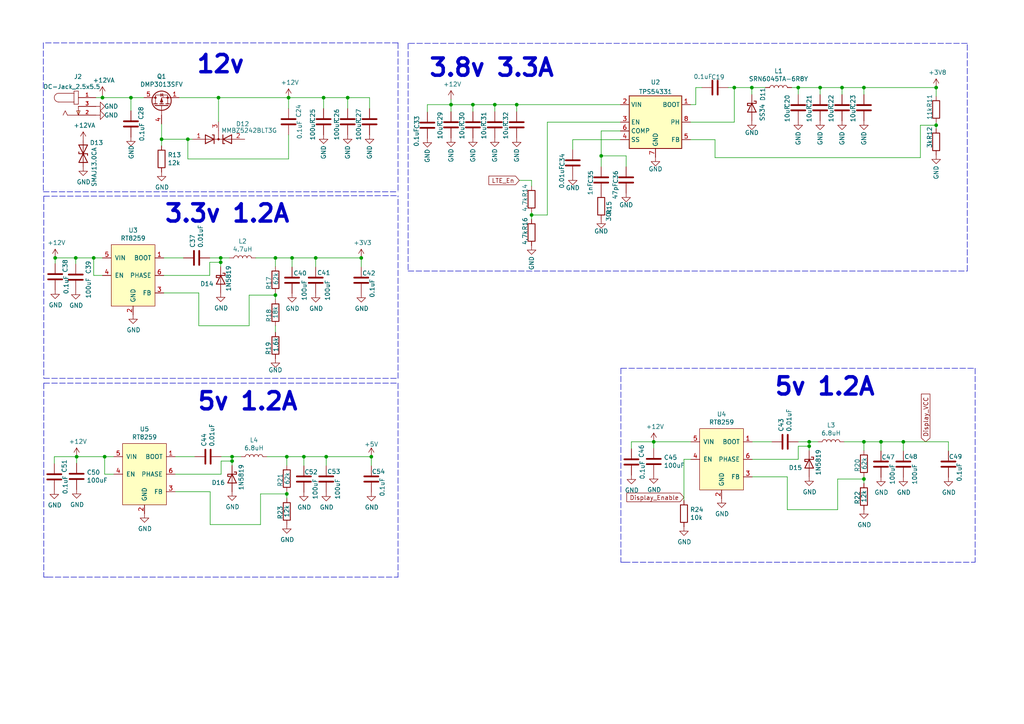
<source format=kicad_sch>
(kicad_sch (version 20211123) (generator eeschema)
  (paper "A4")
  (lib_symbols
    (symbol "Connector:DC-Jack" (pin_names (offset 1.016) hide)
      (property "Reference" "J" (at -7.62 5.08 0))
      (property "Value" "Connector_DC-Jack" (at -7.6454 -5.08 0))
      (symbol "DC-Jack_0_0"
        (arc (start -5.715 3.81) (mid -6.985 2.54) (end -5.715 1.27) (stroke (width 0.1524)))
        (polyline (pts (xy -5.715 3.81) (xy -1.27 3.81)) (stroke (width 0.1524)))
        (polyline (pts (xy -3.81 -1.27) (xy -4.445 -2.54)) (stroke (width 0.1524)))
        (polyline (pts (xy -3.175 -2.54) (xy -3.81 -1.27)) (stroke (width 0.1524)))
        (polyline (pts (xy -1.27 0.635) (xy 0 0.635)) (stroke (width 0.1524)))
        (polyline (pts (xy -1.27 1.27) (xy -5.715 1.27)) (stroke (width 0.1524)))
        (polyline (pts (xy -1.27 1.27) (xy -1.27 0.635)) (stroke (width 0.1524)))
        (polyline (pts (xy -1.27 3.81) (xy -1.27 1.27)) (stroke (width 0.1524)))
        (polyline (pts (xy -1.27 4.445) (xy -1.27 3.81)) (stroke (width 0.1524)))
        (polyline (pts (xy 0 -2.54) (xy -3.175 -2.54)) (stroke (width 0.1524)))
        (polyline (pts (xy 0 0) (xy 0 -2.54)) (stroke (width 0.1524)))
        (polyline (pts (xy 0 0.635) (xy 0 4.445)) (stroke (width 0.1524)))
        (polyline (pts (xy 0 4.445) (xy -1.27 4.445)) (stroke (width 0.1524)))
        (polyline (pts (xy 0 -2.54) (xy -0.508 -1.27) (xy 0.508 -1.27) (xy 0 -2.54)) (stroke (width 0.1524)) (fill (type background)))
        (pin passive line (at 5.08 2.54 180) (length 5.08) (name "~") (number "1"))
        (pin passive line (at 5.08 -2.54 180) (length 5.08) (name "~") (number "2"))
        (pin passive line (at 5.08 0 180) (length 5.08) (name "~") (number "3"))
      )
    )
    (symbol "Converter_DCDC:RT8259" (pin_names (offset 1.016))
      (property "Reference" "U" (at 0 11.43 0))
      (property "Value" "Converter_DCDC_RT8259" (at 0 8.89 0))
      (symbol "RT8259_0_1"
        (rectangle (start -6.35 7.62) (end 6.35 -10.16) (fill (type background)))
      )
      (symbol "RT8259_1_1"
        (pin power_out line (at 8.89 3.81 180) (length 2.54) (name "BOOT") (number "1"))
        (pin power_in line (at 0 -12.7 90) (length 2.54) (name "GND") (number "2"))
        (pin power_out line (at 8.89 -6.35 180) (length 2.54) (name "FB") (number "3"))
        (pin input line (at -8.89 -1.27 0) (length 2.54) (name "EN") (number "4"))
        (pin power_in line (at -8.89 3.81 0) (length 2.54) (name "VIN") (number "5"))
        (pin power_out line (at 8.89 -1.27 180) (length 2.54) (name "PHASE") (number "6"))
      )
    )
    (symbol "Device:C" (pin_numbers hide) (pin_names (offset 0.254))
      (property "Reference" "C" (at 0.635 2.54 0))
      (property "Value" "C" (at 0.635 -2.54 0))
      (symbol "C_0_1"
        (polyline (pts (xy -2.032 -0.762) (xy 2.032 -0.762)) (stroke (width 0.508)))
        (polyline (pts (xy -2.032 0.762) (xy 2.032 0.762)) (stroke (width 0.508)))
      )
      (symbol "C_1_1"
        (pin passive line (at 0 3.81 270) (length 2.794) (name "~") (number "1"))
        (pin passive line (at 0 -3.81 90) (length 2.794) (name "~") (number "2"))
      )
    )
    (symbol "Device:D_Zener_x2_KCom_AAK" (pin_names (offset 0.762) hide)
      (property "Reference" "D" (at 1.27 -2.54 0))
      (property "Value" "Device_D_Zener_x2_KCom_AAK" (at 0 2.54 0))
      (symbol "D_Zener_x2_KCom_AAK_0_1"
        (polyline (pts (xy -3.81 0) (xy 3.81 0)))
        (polyline (pts (xy 0 0) (xy 0 -2.54)))
        (polyline (pts (xy -1.27 1.27) (xy -1.27 -1.27) (xy -1.778 -1.27)) (stroke (width 0.254)))
        (polyline (pts (xy 1.27 -1.27) (xy 1.27 1.27) (xy 1.778 1.27)) (stroke (width 0.254)))
        (polyline (pts (xy -3.81 1.27) (xy -1.27 0) (xy -3.81 -1.27) (xy -3.81 1.27) (xy -3.81 1.27) (xy -3.81 1.27)) (stroke (width 0.254)))
        (polyline (pts (xy 3.81 -1.27) (xy 1.27 0) (xy 3.81 1.27) (xy 3.81 -1.27) (xy 3.81 -1.27) (xy 3.81 -1.27)) (stroke (width 0.254)))
        (circle (center 0 0) (radius 0.254) (fill (type outline)))
        (pin passive line (at -7.62 0 0) (length 3.81) (name "A") (number "1"))
        (pin passive line (at 7.62 0 180) (length 3.81) (name "A") (number "2"))
        (pin passive line (at 0 -5.08 90) (length 2.54) (name "K") (number "3"))
      )
    )
    (symbol "Device:L" (pin_numbers hide) (pin_names (offset 1.016) hide)
      (property "Reference" "L" (at -1.27 0 90))
      (property "Value" "L" (at 1.905 0 90))
      (symbol "L_0_1"
        (arc (start 0 -2.54) (mid 0.635 -1.905) (end 0 -1.27))
        (arc (start 0 -1.27) (mid 0.635 -0.635) (end 0 0))
        (arc (start 0 0) (mid 0.635 0.635) (end 0 1.27))
        (arc (start 0 1.27) (mid 0.635 1.905) (end 0 2.54))
      )
      (symbol "L_1_1"
        (pin passive line (at 0 3.81 270) (length 1.27) (name "1") (number "1"))
        (pin passive line (at 0 -3.81 90) (length 1.27) (name "2") (number "2"))
      )
    )
    (symbol "Device:R" (pin_numbers hide) (pin_names (offset 0))
      (property "Reference" "R" (at 2.032 0 90))
      (property "Value" "R" (at 0 0 90))
      (symbol "R_0_1"
        (rectangle (start -1.016 -2.54) (end 1.016 2.54) (stroke (width 0.254)))
      )
      (symbol "R_1_1"
        (pin passive line (at 0 3.81 270) (length 1.27) (name "~") (number "1"))
        (pin passive line (at 0 -3.81 90) (length 1.27) (name "~") (number "2"))
      )
    )
    (symbol "Diode:1.5KExxCA" (pin_numbers hide) (pin_names (offset 1.016) hide)
      (property "Reference" "D" (at 0 2.54 0))
      (property "Value" "1.5KExxCA" (at 0 -2.54 0))
      (symbol "1.5KExxCA_0_1"
        (polyline (pts (xy 1.27 0) (xy -1.27 0)))
        (polyline (pts (xy -2.54 -1.27) (xy 0 0) (xy -2.54 1.27) (xy -2.54 -1.27)) (stroke (width 0.254)))
        (polyline (pts (xy 0.508 1.27) (xy 0 1.27) (xy 0 -1.27) (xy -0.508 -1.27)) (stroke (width 0.254)))
        (polyline (pts (xy 2.54 1.27) (xy 2.54 -1.27) (xy 0 0) (xy 2.54 1.27)) (stroke (width 0.254)))
      )
      (symbol "1.5KExxCA_1_1"
        (pin passive line (at -3.81 0 0) (length 2.54) (name "A1") (number "1"))
        (pin passive line (at 3.81 0 180) (length 2.54) (name "A2") (number "2"))
      )
    )
    (symbol "Diode:1N5819" (pin_numbers hide) (pin_names (offset 1.016) hide)
      (property "Reference" "D" (at 0 2.54 0))
      (property "Value" "1N5819" (at 0 -2.54 0))
      (symbol "1N5819_0_1"
        (polyline (pts (xy 1.27 0) (xy -1.27 0)))
        (polyline (pts (xy 1.27 1.27) (xy 1.27 -1.27) (xy -1.27 0) (xy 1.27 1.27)) (stroke (width 0.254)))
        (polyline (pts (xy -1.905 0.635) (xy -1.905 1.27) (xy -1.27 1.27) (xy -1.27 -1.27) (xy -0.635 -1.27) (xy -0.635 -0.635)) (stroke (width 0.254)))
      )
      (symbol "1N5819_1_1"
        (pin passive line (at -3.81 0 0) (length 2.54) (name "K") (number "1"))
        (pin passive line (at 3.81 0 180) (length 2.54) (name "A") (number "2"))
      )
    )
    (symbol "Regulator_Switching:TPS54233"
      (property "Reference" "U" (at 0 11.43 0))
      (property "Value" "TPS54233" (at 0 8.89 0))
      (symbol "TPS54233_1_1"
        (rectangle (start -7.62 7.62) (end 7.62 -7.62) (stroke (width 0.254)) (fill (type background)))
        (pin input line (at 10.16 5.08 180) (length 2.54) (name "BOOT") (number "1"))
        (pin power_in line (at -10.16 5.08 0) (length 2.54) (name "VIN") (number "2"))
        (pin input line (at -10.16 0 0) (length 2.54) (name "EN") (number "3"))
        (pin input line (at -10.16 -5.08 0) (length 2.54) (name "SS") (number "4"))
        (pin input line (at 10.16 -5.08 180) (length 2.54) (name "FB") (number "5"))
        (pin passive line (at -10.16 -2.54 0) (length 2.54) (name "COMP") (number "6"))
        (pin power_in line (at 0 -10.16 90) (length 2.54) (name "GND") (number "7"))
        (pin output line (at 10.16 0 180) (length 2.54) (name "PH") (number "8"))
      )
    )
    (symbol "Transistor_FET:DMP3013SFV" (pin_names hide)
      (property "Reference" "Q" (at 5.08 1.905 0))
      (property "Value" "DMP3013SFV" (at 5.08 0 0))
      (symbol "DMP3013SFV_0_1"
        (polyline (pts (xy 0.254 0) (xy -2.54 0)))
        (polyline (pts (xy 0.254 1.905) (xy 0.254 -1.905)) (stroke (width 0.254)))
        (polyline (pts (xy 0.762 -1.27) (xy 0.762 -2.286)) (stroke (width 0.254)))
        (polyline (pts (xy 0.762 0.508) (xy 0.762 -0.508)) (stroke (width 0.254)))
        (polyline (pts (xy 0.762 2.286) (xy 0.762 1.27)) (stroke (width 0.254)))
        (polyline (pts (xy 2.54 2.54) (xy 2.54 1.778)))
        (polyline (pts (xy 2.54 -2.54) (xy 2.54 0) (xy 0.762 0)))
        (polyline (pts (xy 0.762 1.778) (xy 3.302 1.778) (xy 3.302 -1.778) (xy 0.762 -1.778)))
        (polyline (pts (xy 2.286 0) (xy 1.27 0.381) (xy 1.27 -0.381) (xy 2.286 0)) (fill (type outline)))
        (polyline (pts (xy 2.794 -0.508) (xy 2.921 -0.381) (xy 3.683 -0.381) (xy 3.81 -0.254)))
        (polyline (pts (xy 3.302 -0.381) (xy 2.921 0.254) (xy 3.683 0.254) (xy 3.302 -0.381)))
        (circle (center 1.651 0) (radius 2.794) (stroke (width 0.254)))
        (circle (center 2.54 -1.778) (radius 0.254) (fill (type outline)))
        (circle (center 2.54 1.778) (radius 0.254) (fill (type outline)))
      )
      (symbol "DMP3013SFV_1_1"
        (pin passive line (at 2.54 -5.08 90) (length 2.54) (name "S") (number "1"))
        (pin passive line (at 2.54 -5.08 90) (length 2.54) hide (name "S") (number "2"))
        (pin passive line (at 2.54 -5.08 90) (length 2.54) hide (name "S") (number "3"))
        (pin passive line (at -5.08 0 0) (length 2.54) (name "G") (number "4"))
        (pin passive line (at 2.54 5.08 270) (length 2.54) (name "D") (number "5"))
      )
    )
    (symbol "power:+12V" (power) (pin_names (offset 0))
      (property "Value" "+12V" (at 0 3.556 0))
      (symbol "+12V_0_1"
        (polyline (pts (xy -0.762 1.27) (xy 0 2.54)))
        (polyline (pts (xy 0 0) (xy 0 2.54)))
        (polyline (pts (xy 0 2.54) (xy 0.762 1.27)))
      )
      (symbol "+12V_1_1"
        (pin power_in line (at 0 0 90) (length 0) hide (name "+12V") (number "1"))
      )
    )
    (symbol "power:+12VA" (power) (pin_names (offset 0))
      (property "Value" "+12VA" (at 0 3.556 0))
      (symbol "+12VA_0_1"
        (polyline (pts (xy -0.762 1.27) (xy 0 2.54)))
        (polyline (pts (xy 0 0) (xy 0 2.54)))
        (polyline (pts (xy 0 2.54) (xy 0.762 1.27)))
      )
      (symbol "+12VA_1_1"
        (pin power_in line (at 0 0 90) (length 0) hide (name "+12VA") (number "1"))
      )
    )
    (symbol "power:+3.3V" (power) (pin_names (offset 0))
      (property "Value" "+3.3V" (at 0 3.556 0))
      (symbol "+3.3V_0_1"
        (polyline (pts (xy -0.762 1.27) (xy 0 2.54)))
        (polyline (pts (xy 0 0) (xy 0 2.54)))
        (polyline (pts (xy 0 2.54) (xy 0.762 1.27)))
      )
      (symbol "+3.3V_1_1"
        (pin power_in line (at 0 0 90) (length 0) hide (name "+3V3") (number "1"))
      )
    )
    (symbol "power:+3V8" (power) (pin_names (offset 0))
      (property "Value" "+3V8" (at 0 3.556 0))
      (symbol "+3V8_0_1"
        (polyline (pts (xy -0.762 1.27) (xy 0 2.54)))
        (polyline (pts (xy 0 0) (xy 0 2.54)))
        (polyline (pts (xy 0 2.54) (xy 0.762 1.27)))
      )
      (symbol "+3V8_1_1"
        (pin power_in line (at 0 0 90) (length 0) hide (name "+3V8") (number "1"))
      )
    )
    (symbol "power:+5V" (power) (pin_names (offset 0))
      (property "Value" "+5V" (at 0 3.556 0))
      (symbol "+5V_0_1"
        (polyline (pts (xy -0.762 1.27) (xy 0 2.54)))
        (polyline (pts (xy 0 0) (xy 0 2.54)))
        (polyline (pts (xy 0 2.54) (xy 0.762 1.27)))
      )
      (symbol "+5V_1_1"
        (pin power_in line (at 0 0 90) (length 0) hide (name "+5V") (number "1"))
      )
    )
    (symbol "power:GND" (power) (pin_names (offset 0))
      (property "Value" "GND" (at 0 -3.81 0))
      (symbol "GND_0_1"
        (polyline (pts (xy 0 0) (xy 0 -1.27) (xy 1.27 -1.27) (xy 0 -2.54) (xy -1.27 -1.27) (xy 0 -1.27)))
      )
      (symbol "GND_1_1"
        (pin power_in line (at 0 0 270) (length 0) hide (name "GND") (number "1"))
      )
    )
  )
  (junction (at 21.971 74.803))
  (junction (at 212.979 25.4))
  (junction (at 84.709 74.803))
  (junction (at 237.871 25.4))
  (junction (at 63.373 28.321))
  (junction (at 37.973 28.321))
  (junction (at 231.521 25.4))
  (junction (at 250.571 25.4))
  (junction (at 83.693 28.321))
  (junction (at 94.615 132.461))
  (junction (at 262.001 128.143))
  (junction (at 174.371 45.212))
  (junction (at 255.524 128.143))
  (junction (at 67.31 132.461))
  (junction (at 271.526 25.4))
  (junction (at 189.611 128.143))
  (junction (at 244.221 25.4))
  (junction (at 27.178 74.803))
  (junction (at 16.002 74.803))
  (junction (at 234.696 129.413))
  (junction (at 130.81 30.353))
  (junction (at 250.571 138.938))
  (junction (at 107.696 132.461))
  (junction (at 79.883 74.803))
  (junction (at 83.185 143.256))
  (junction (at 30.353 132.461))
  (junction (at 64.008 76.073))
  (junction (at 46.863 40.386))
  (junction (at 143.51 30.353))
  (junction (at 91.567 74.803))
  (junction (at 93.853 28.321))
  (junction (at 22.225 132.461))
  (junction (at 137.16 30.353))
  (junction (at 29.718 28.321))
  (junction (at 149.86 30.353))
  (junction (at 104.775 74.803))
  (junction (at 88.138 132.461))
  (junction (at 64.008 74.803))
  (junction (at 83.185 132.461))
  (junction (at 67.31 133.731))
  (junction (at 100.838 28.321))
  (junction (at 218.059 25.4))
  (junction (at 271.526 36.322))
  (junction (at 250.571 128.143))
  (junction (at 54.483 40.386))
  (junction (at 154.178 62.357))
  (junction (at 79.883 85.598))
  (junction (at 234.696 128.143))
  (wire (pts (xy 84.709 74.803) (xy 91.567 74.803)))
  (wire (pts (xy 255.524 128.143) (xy 255.524 130.81)))
  (polyline (pts (xy 180.086 106.807) (xy 282.829 106.807)))
  (wire (pts (xy 63.373 28.321) (xy 83.693 28.321)))
  (wire (pts (xy 201.803 30.353) (xy 201.803 25.4)))
  (wire (pts (xy 83.185 143.256) (xy 83.185 144.526)))
  (wire (pts (xy 237.871 25.4) (xy 244.221 25.4)))
  (wire (pts (xy 37.973 28.321) (xy 41.783 28.321)))
  (wire (pts (xy 271.526 36.322) (xy 271.526 37.338)))
  (wire (pts (xy 60.96 142.621) (xy 60.96 152.146)))
  (wire (pts (xy 237.871 25.4) (xy 237.871 27.432)))
  (wire (pts (xy 27.178 79.883) (xy 27.178 74.803)))
  (polyline (pts (xy 115.443 109.728) (xy 115.443 56.769)))
  (wire (pts (xy 50.8 132.461) (xy 56.515 132.461)))
  (polyline (pts (xy 12.7 111.125) (xy 12.7 167.386)))
  (wire (pts (xy 60.833 76.073) (xy 64.008 76.073)))
  (wire (pts (xy 83.185 142.621) (xy 83.185 143.256)))
  (polyline (pts (xy 115.443 12.446) (xy 12.573 12.446)))
  (wire (pts (xy 46.863 42.291) (xy 46.863 40.386)))
  (wire (pts (xy 72.263 94.488) (xy 72.263 85.598)))
  (wire (pts (xy 212.979 25.4) (xy 211.201 25.4)))
  (wire (pts (xy 27.178 74.803) (xy 29.718 74.803)))
  (wire (pts (xy 54.483 40.386) (xy 46.863 40.386)))
  (wire (pts (xy 83.693 28.321) (xy 93.853 28.321)))
  (wire (pts (xy 83.693 46.101) (xy 54.483 46.101)))
  (wire (pts (xy 91.567 74.803) (xy 104.775 74.803)))
  (wire (pts (xy 250.571 128.143) (xy 250.571 130.683)))
  (polyline (pts (xy 12.7 109.728) (xy 115.443 109.728)))
  (wire (pts (xy 149.86 32.385) (xy 149.86 30.353)))
  (polyline (pts (xy 12.7 167.386) (xy 13.716 167.386)))
  (wire (pts (xy 231.521 25.4) (xy 237.871 25.4)))
  (wire (pts (xy 271.526 36.322) (xy 266.954 36.322)))
  (wire (pts (xy 64.135 132.461) (xy 67.31 132.461)))
  (wire (pts (xy 50.8 142.621) (xy 60.96 142.621)))
  (wire (pts (xy 250.571 128.143) (xy 255.524 128.143)))
  (wire (pts (xy 107.696 132.461) (xy 107.696 135.128)))
  (wire (pts (xy 262.001 128.143) (xy 262.001 130.81)))
  (wire (pts (xy 79.883 74.803) (xy 84.709 74.803)))
  (wire (pts (xy 234.696 130.683) (xy 234.696 129.413)))
  (wire (pts (xy 189.611 128.143) (xy 189.611 130.048)))
  (wire (pts (xy 64.008 76.073) (xy 64.008 74.803)))
  (wire (pts (xy 266.954 45.72) (xy 207.391 45.72)))
  (wire (pts (xy 218.059 25.4) (xy 218.059 27.432)))
  (wire (pts (xy 30.353 132.461) (xy 33.02 132.461)))
  (wire (pts (xy 158.75 62.357) (xy 158.75 35.433)))
  (wire (pts (xy 231.521 128.143) (xy 234.696 128.143)))
  (wire (pts (xy 60.833 74.803) (xy 64.008 74.803)))
  (wire (pts (xy 137.16 30.353) (xy 130.81 30.353)))
  (wire (pts (xy 79.883 84.963) (xy 79.883 85.598)))
  (wire (pts (xy 166.116 40.513) (xy 166.116 43.434)))
  (wire (pts (xy 228.346 147.828) (xy 242.951 147.828)))
  (wire (pts (xy 60.96 152.146) (xy 75.565 152.146)))
  (polyline (pts (xy 115.443 111.125) (xy 115.443 167.386)))
  (wire (pts (xy 22.225 132.461) (xy 15.748 132.461)))
  (wire (pts (xy 242.951 147.828) (xy 242.951 138.938)))
  (wire (pts (xy 200.279 35.433) (xy 212.979 35.433)))
  (wire (pts (xy 64.008 74.803) (xy 66.548 74.803)))
  (wire (pts (xy 75.565 143.256) (xy 83.185 143.256)))
  (polyline (pts (xy 257.429 12.573) (xy 118.364 12.573)))
  (wire (pts (xy 91.567 74.803) (xy 91.567 77.47)))
  (wire (pts (xy 77.47 132.461) (xy 83.185 132.461)))
  (wire (pts (xy 179.959 37.973) (xy 174.371 37.973)))
  (wire (pts (xy 189.611 128.143) (xy 183.134 128.143)))
  (wire (pts (xy 154.178 52.324) (xy 154.178 53.975)))
  (polyline (pts (xy 118.364 78.613) (xy 257.429 78.613)))
  (wire (pts (xy 93.853 28.321) (xy 100.838 28.321)))
  (wire (pts (xy 88.138 132.461) (xy 94.615 132.461)))
  (wire (pts (xy 94.615 132.461) (xy 94.615 135.128)))
  (wire (pts (xy 179.959 40.513) (xy 166.116 40.513)))
  (wire (pts (xy 75.565 152.146) (xy 75.565 143.256)))
  (polyline (pts (xy 180.086 106.807) (xy 180.086 163.068)))
  (wire (pts (xy 158.75 35.433) (xy 179.959 35.433)))
  (wire (pts (xy 275.082 128.143) (xy 275.082 130.81)))
  (wire (pts (xy 67.31 132.461) (xy 69.85 132.461)))
  (wire (pts (xy 47.498 79.883) (xy 60.833 79.883)))
  (wire (pts (xy 79.883 85.598) (xy 79.883 86.868)))
  (wire (pts (xy 107.188 28.321) (xy 107.188 31.496)))
  (wire (pts (xy 100.838 28.321) (xy 100.838 31.496)))
  (wire (pts (xy 16.002 76.454) (xy 16.002 74.803)))
  (wire (pts (xy 228.346 138.303) (xy 228.346 147.828)))
  (wire (pts (xy 137.16 30.353) (xy 143.51 30.353)))
  (wire (pts (xy 29.718 28.321) (xy 29.718 27.686)))
  (polyline (pts (xy 280.543 12.573) (xy 257.429 12.573)))
  (wire (pts (xy 218.186 133.223) (xy 231.521 133.223)))
  (polyline (pts (xy 12.7 56.896) (xy 12.7 109.728)))
  (wire (pts (xy 150.622 52.324) (xy 154.178 52.324)))
  (wire (pts (xy 149.86 30.353) (xy 179.959 30.353)))
  (wire (pts (xy 29.718 28.321) (xy 37.973 28.321)))
  (wire (pts (xy 46.863 40.386) (xy 46.863 35.941)))
  (polyline (pts (xy 115.443 12.446) (xy 115.443 55.626)))
  (wire (pts (xy 84.709 74.803) (xy 84.709 77.47)))
  (polyline (pts (xy 181.102 163.068) (xy 282.829 163.068)))
  (wire (pts (xy 47.498 74.803) (xy 53.213 74.803)))
  (wire (pts (xy 130.81 28.829) (xy 130.81 30.353)))
  (wire (pts (xy 27.813 28.321) (xy 29.718 28.321)))
  (wire (pts (xy 266.954 36.322) (xy 266.954 45.72)))
  (wire (pts (xy 174.371 37.973) (xy 174.371 45.212)))
  (wire (pts (xy 60.833 79.883) (xy 60.833 76.073)))
  (wire (pts (xy 250.571 138.303) (xy 250.571 138.938)))
  (wire (pts (xy 79.883 94.488) (xy 79.883 96.393)))
  (wire (pts (xy 83.693 31.496) (xy 83.693 28.321)))
  (wire (pts (xy 63.373 28.321) (xy 63.373 35.306)))
  (wire (pts (xy 154.178 62.357) (xy 158.75 62.357)))
  (wire (pts (xy 255.524 128.143) (xy 262.001 128.143)))
  (polyline (pts (xy 12.7 111.125) (xy 115.443 111.125)))
  (wire (pts (xy 174.371 45.212) (xy 181.61 45.212)))
  (wire (pts (xy 250.571 25.4) (xy 271.526 25.4)))
  (wire (pts (xy 229.616 25.4) (xy 231.521 25.4)))
  (wire (pts (xy 22.225 132.461) (xy 22.225 134.366)))
  (wire (pts (xy 100.838 28.321) (xy 107.188 28.321)))
  (polyline (pts (xy 280.543 78.613) (xy 280.543 12.573)))
  (wire (pts (xy 218.186 138.303) (xy 228.346 138.303)))
  (wire (pts (xy 57.658 84.963) (xy 57.658 94.488)))
  (wire (pts (xy 64.135 137.541) (xy 64.135 133.731)))
  (wire (pts (xy 154.178 62.357) (xy 154.178 63.627)))
  (polyline (pts (xy 12.7 56.896) (xy 115.443 56.769)))
  (wire (pts (xy 201.803 25.4) (xy 203.581 25.4)))
  (wire (pts (xy 21.971 74.803) (xy 27.178 74.803)))
  (polyline (pts (xy 257.429 78.613) (xy 280.543 78.613)))
  (wire (pts (xy 231.521 133.223) (xy 231.521 129.413)))
  (wire (pts (xy 123.952 30.353) (xy 123.952 32.512)))
  (wire (pts (xy 33.02 137.541) (xy 30.353 137.541)))
  (wire (pts (xy 143.51 32.385) (xy 143.51 30.353)))
  (wire (pts (xy 262.001 128.143) (xy 275.082 128.143)))
  (polyline (pts (xy 13.716 167.386) (xy 115.443 167.386)))
  (wire (pts (xy 37.973 32.131) (xy 37.973 28.321)))
  (wire (pts (xy 67.31 135.001) (xy 67.31 133.731)))
  (wire (pts (xy 83.185 132.461) (xy 83.185 135.001)))
  (wire (pts (xy 137.16 32.385) (xy 137.16 30.353)))
  (wire (pts (xy 21.971 74.803) (xy 21.971 76.581)))
  (wire (pts (xy 29.718 79.883) (xy 27.178 79.883)))
  (wire (pts (xy 244.221 25.4) (xy 244.221 27.432)))
  (wire (pts (xy 94.615 132.461) (xy 107.696 132.461)))
  (wire (pts (xy 72.263 85.598) (xy 79.883 85.598)))
  (wire (pts (xy 189.611 128.143) (xy 200.406 128.143)))
  (wire (pts (xy 250.571 25.4) (xy 250.571 27.432)))
  (wire (pts (xy 50.8 137.541) (xy 64.135 137.541)))
  (wire (pts (xy 79.883 74.803) (xy 79.883 77.343)))
  (wire (pts (xy 244.221 25.4) (xy 250.571 25.4)))
  (wire (pts (xy 15.748 132.461) (xy 15.748 134.493)))
  (wire (pts (xy 207.391 40.513) (xy 200.279 40.513)))
  (wire (pts (xy 47.498 84.963) (xy 57.658 84.963)))
  (wire (pts (xy 242.951 138.938) (xy 250.571 138.938)))
  (wire (pts (xy 231.521 129.413) (xy 234.696 129.413)))
  (wire (pts (xy 130.81 30.353) (xy 123.952 30.353)))
  (wire (pts (xy 231.521 25.4) (xy 231.521 27.432)))
  (wire (pts (xy 218.059 25.4) (xy 221.996 25.4)))
  (wire (pts (xy 154.178 61.595) (xy 154.178 62.357)))
  (wire (pts (xy 54.483 46.101) (xy 54.483 40.386)))
  (wire (pts (xy 198.374 133.223) (xy 198.374 145.161)))
  (wire (pts (xy 64.135 133.731) (xy 67.31 133.731)))
  (wire (pts (xy 143.51 30.353) (xy 149.86 30.353)))
  (wire (pts (xy 16.002 74.803) (xy 21.971 74.803)))
  (wire (pts (xy 74.168 74.803) (xy 79.883 74.803)))
  (wire (pts (xy 88.138 132.461) (xy 88.138 135.128)))
  (wire (pts (xy 22.225 132.461) (xy 30.353 132.461)))
  (wire (pts (xy 244.856 128.143) (xy 250.571 128.143)))
  (wire (pts (xy 207.391 45.72) (xy 207.391 40.513)))
  (wire (pts (xy 183.134 128.143) (xy 183.134 130.175)))
  (wire (pts (xy 83.185 132.461) (xy 88.138 132.461)))
  (wire (pts (xy 200.279 30.353) (xy 201.803 30.353)))
  (wire (pts (xy 181.61 48.387) (xy 181.61 45.212)))
  (wire (pts (xy 271.526 25.4) (xy 271.526 27.94)))
  (wire (pts (xy 57.658 94.488) (xy 72.263 94.488)))
  (polyline (pts (xy 12.573 12.446) (xy 12.573 55.626)))
  (polyline (pts (xy 118.364 12.573) (xy 118.364 78.613)))
  (wire (pts (xy 93.853 28.321) (xy 93.853 31.496)))
  (wire (pts (xy 218.186 128.143) (xy 223.901 128.143)))
  (wire (pts (xy 212.979 25.4) (xy 218.059 25.4)))
  (wire (pts (xy 250.571 138.938) (xy 250.571 140.208)))
  (wire (pts (xy 55.753 40.386) (xy 54.483 40.386)))
  (wire (pts (xy 271.526 35.56) (xy 271.526 36.322)))
  (wire (pts (xy 104.775 74.803) (xy 104.775 77.47)))
  (wire (pts (xy 234.696 128.143) (xy 237.236 128.143)))
  (wire (pts (xy 174.371 45.212) (xy 174.371 48.387)))
  (polyline (pts (xy 180.086 163.068) (xy 181.102 163.068)))
  (polyline (pts (xy 282.829 106.807) (xy 282.829 163.068)))
  (wire (pts (xy 212.979 35.433) (xy 212.979 25.4)))
  (wire (pts (xy 130.81 30.353) (xy 130.81 32.385)))
  (wire (pts (xy 234.696 129.413) (xy 234.696 128.143)))
  (wire (pts (xy 30.353 137.541) (xy 30.353 132.461)))
  (wire (pts (xy 51.943 28.321) (xy 63.373 28.321)))
  (polyline (pts (xy 12.573 55.626) (xy 115.443 55.626)))
  (wire (pts (xy 67.31 133.731) (xy 67.31 132.461)))
  (wire (pts (xy 64.008 77.343) (xy 64.008 76.073)))
  (wire (pts (xy 83.693 39.116) (xy 83.693 46.101)))
  (wire (pts (xy 200.406 133.223) (xy 198.374 133.223)))
  (text "5v 1.2A" (at 56.896 119.507 0) (effects (font (size 5.0038 5.0038) (thickness 1.0008) bold) (justify left bottom)))
  (text "3.3v 1.2A" (at 47.371 65.024 0) (effects (font (size 5.0038 5.0038) (thickness 1.0008) bold) (justify left bottom)))
  (text "12v" (at 56.642 21.717 0) (effects (font (size 5.0038 5.0038) (thickness 1.0008) bold) (justify left bottom)))
  (text "3.8v 3.3A" (at 124.079 22.733 0) (effects (font (size 5.0038 5.0038) (thickness 1.0008) bold) (justify left bottom)))
  (text "5v 1.2A" (at 224.282 115.189 0) (effects (font (size 5.0038 5.0038) (thickness 1.0008) bold) (justify left bottom)))
  (global_label "Display_Enable" (shape input) (at 198.374 144.272 180) (property "Intersheet References" "${INTERSHEET_REFS}" (effects hide)))
  (global_label "Display_VCC" (shape input) (at 268.478 128.143 90) (property "Intersheet References" "${INTERSHEET_REFS}" (effects hide)))
  (global_label "LTE_En" (shape input) (at 150.622 52.324 180) (property "Intersheet References" "${INTERSHEET_REFS}" (effects hide)))
  (symbol (lib_id "power:GND") (at 83.185 152.146 0) (unit 1)
    (property "Reference" "#PWR0119" (effects hide))
    (property "Value" "GND" (at 83.312 156.5402 0))
  )
  (symbol (lib_id "Diode:1N5819") (at 218.059 31.242 270) (unit 1)
    (property "Reference" "D11" (at 221.234 29.337 0) (effects (justify right)))
    (property "Value" "SS34" (at 221.107 35.179 0) (effects (justify right)))
    (property "Footprint" "Diode_SMD:D_SMA" (effects hide))
    (property "Datasheet" "http://www.vishay.com/docs/88525/1n5817.pdf" (effects hide))
  )
  (symbol (lib_id "Device:R") (at 174.371 59.817 180) (unit 1)
    (property "Reference" "R15" (at 176.657 58.293 90) (effects (justify left)))
    (property "Value" "30k" (at 176.53 60.579 90) (effects (justify left)))
    (property "Footprint" "Resistor_SMD:R_0603_1608Metric" (effects hide))
  )
  (symbol (lib_id "power:GND") (at 46.863 49.911 0) (unit 1)
    (property "Reference" "#PWR086" (effects hide))
    (property "Value" "GND" (at 46.99 54.3052 0))
  )
  (symbol (lib_id "Device:C") (at 57.023 74.803 90) (unit 1)
    (property "Reference" "C37" (at 55.8546 71.882 0) (effects (justify left)))
    (property "Value" "0.01uF" (at 58.166 71.882 0) (effects (justify left)))
    (property "Footprint" "Capacitor_SMD:C_0603_1608Metric" (effects hide))
  )
  (symbol (lib_id "power:GND") (at 84.709 85.09 0) (unit 1)
    (property "Reference" "#PWR096" (effects hide))
    (property "Value" "GND" (at 84.836 89.4842 0))
  )
  (symbol (lib_id "power:GND") (at 16.002 84.074 0) (unit 1)
    (property "Reference" "#PWR093" (effects hide))
    (property "Value" "GND" (at 16.129 88.4682 0))
  )
  (symbol (lib_id "power:GND") (at 275.082 138.43 0) (unit 1)
    (property "Reference" "#PWR0109" (effects hide))
    (property "Value" "GND" (at 275.209 142.8242 0))
  )
  (symbol (lib_id "Device:C") (at 15.748 138.303 0) (unit 1)
    (property "Reference" "C51" (at 18.669 137.1346 90) (effects (justify left)))
    (property "Value" "0.1uF" (at 18.923 143.383 90) (effects (justify left)))
    (property "Footprint" "Capacitor_SMD:C_0603_1608Metric" (effects hide))
  )
  (symbol (lib_id "Device:C") (at 250.571 31.242 180) (unit 1)
    (property "Reference" "C23" (at 247.396 27.432 90) (effects (justify left)))
    (property "Value" "10uF" (at 247.396 30.607 90) (effects (justify left)))
    (property "Footprint" "Capacitor_SMD:C_0805_2012Metric" (effects hide))
  )
  (symbol (lib_id "power:GND") (at 255.524 138.43 0) (unit 1)
    (property "Reference" "#PWR0107" (effects hide))
    (property "Value" "GND" (at 255.651 142.8242 0))
  )
  (symbol (lib_id "power:+12VA") (at 29.718 27.686 0) (unit 1)
    (property "Reference" "#PWR063" (effects hide))
    (property "Value" "+12VA" (at 30.099 23.2918 0))
  )
  (symbol (lib_id "Device:C") (at 275.082 134.62 0) (unit 1)
    (property "Reference" "C49" (at 275.209 132.461 0) (effects (justify left)))
    (property "Value" "0.1uF" (at 278.257 139.7 90) (effects (justify left)))
    (property "Footprint" "Capacitor_SMD:C_0603_1608Metric" (effects hide))
  )
  (symbol (lib_id "power:+12V") (at 130.81 28.829 0) (unit 1)
    (property "Reference" "#PWR065" (effects hide))
    (property "Value" "+12V" (at 131.191 24.4348 0))
  )
  (symbol (lib_id "Device:R") (at 83.185 148.336 0) (unit 1)
    (property "Reference" "R23" (at 81.28 150.622 90) (effects (justify left)))
    (property "Value" "12k" (at 83.185 150.114 90) (effects (justify left)))
    (property "Footprint" "Resistor_SMD:R_0603_1608Metric" (effects hide))
  )
  (symbol (lib_id "power:GND") (at 67.31 142.621 0) (unit 1)
    (property "Reference" "#PWR0112" (effects hide))
    (property "Value" "GND" (at 67.437 147.0152 0))
  )
  (symbol (lib_id "power:GND") (at 166.116 51.054 0) (unit 1)
    (property "Reference" "#PWR087" (effects hide))
    (property "Value" "GND" (at 166.116 54.483 0))
  )
  (symbol (lib_id "power:GND") (at 183.134 137.795 0) (unit 1)
    (property "Reference" "#PWR0105" (effects hide))
    (property "Value" "GND" (at 183.261 142.1892 0))
  )
  (symbol (lib_id "Device:C") (at 183.134 133.985 0) (unit 1)
    (property "Reference" "C46" (at 186.055 132.8166 90) (effects (justify left)))
    (property "Value" "0.1uF" (at 186.309 139.065 90) (effects (justify left)))
    (property "Footprint" "Capacitor_SMD:C_0603_1608Metric" (effects hide))
  )
  (symbol (lib_id "Device:C") (at 22.225 138.176 0) (unit 1)
    (property "Reference" "C50" (at 25.146 137.0076 0) (effects (justify left)))
    (property "Value" "100uF" (at 25.146 139.319 0) (effects (justify left)))
    (property "Footprint" "Capacitor_SMD:C_1210_3225Metric" (effects hide))
  )
  (symbol (lib_id "Device:C") (at 143.51 36.195 180) (unit 1)
    (property "Reference" "C31" (at 140.335 32.385 90) (effects (justify left)))
    (property "Value" "10uF" (at 140.335 35.56 90) (effects (justify left)))
    (property "Footprint" "Capacitor_SMD:C_0805_2012Metric" (effects hide))
  )
  (symbol (lib_id "Converter_DCDC:RT8259") (at 38.608 78.613 0) (unit 1)
    (property "Reference" "U3" (at 38.608 66.802 0))
    (property "Value" "RT8259" (at 38.608 69.1134 0))
    (property "Footprint" "Package_TO_SOT_SMD:SOT-23-6_Handsoldering" (effects hide))
  )
  (symbol (lib_id "power:GND") (at 38.608 91.313 0) (unit 1)
    (property "Reference" "#PWR099" (effects hide))
    (property "Value" "GND" (at 38.735 95.7072 0))
  )
  (symbol (lib_id "Device:C") (at 181.61 52.197 180) (unit 1)
    (property "Reference" "C36" (at 178.562 49.403 90) (effects (justify left)))
    (property "Value" "47pF" (at 178.435 52.959 90) (effects (justify left)))
    (property "Footprint" "Capacitor_SMD:C_0603_1608Metric" (effects hide))
  )
  (symbol (lib_id "Device:C") (at 244.221 31.242 180) (unit 1)
    (property "Reference" "C22" (at 241.046 27.432 90) (effects (justify left)))
    (property "Value" "10uF" (at 241.046 30.607 90) (effects (justify left)))
    (property "Footprint" "Capacitor_SMD:C_0805_2012Metric" (effects hide))
  )
  (symbol (lib_id "power:GND") (at 104.775 85.09 0) (unit 1)
    (property "Reference" "#PWR098" (effects hide))
    (property "Value" "GND" (at 104.902 89.4842 0))
  )
  (symbol (lib_id "power:GND") (at 88.138 142.748 0) (unit 1)
    (property "Reference" "#PWR0113" (effects hide))
    (property "Value" "GND" (at 88.265 147.1422 0))
  )
  (symbol (lib_id "Device:C") (at 207.391 25.4 90) (unit 1)
    (property "Reference" "C19" (at 210.185 22.352 90) (effects (justify left)))
    (property "Value" "0.1uF" (at 206.629 22.225 90) (effects (justify left)))
    (property "Footprint" "Capacitor_SMD:C_0603_1608Metric" (effects hide))
  )
  (symbol (lib_id "power:GND") (at 137.16 40.005 0) (unit 1)
    (property "Reference" "#PWR078" (effects hide))
    (property "Value" "GND" (at 137.16 45.085 90))
  )
  (symbol (lib_id "power:GND") (at 15.748 142.113 0) (unit 1)
    (property "Reference" "#PWR0111" (effects hide))
    (property "Value" "GND" (at 15.875 146.5072 0))
  )
  (symbol (lib_id "power:GND") (at 27.813 30.861 90) (unit 1)
    (property "Reference" "#PWR066" (effects hide))
    (property "Value" "GND" (at 32.258 30.861 90))
  )
  (symbol (lib_id "Device:C") (at 83.693 35.306 0) (unit 1)
    (property "Reference" "C24" (at 86.614 34.1376 90) (effects (justify left)))
    (property "Value" "0.1uF" (at 86.868 40.386 90) (effects (justify left)))
    (property "Footprint" "Capacitor_SMD:C_0603_1608Metric" (effects hide))
  )
  (symbol (lib_id "power:GND") (at 181.61 56.007 0) (unit 1)
    (property "Reference" "#PWR088" (effects hide))
    (property "Value" "GND" (at 181.61 59.436 0))
  )
  (symbol (lib_id "Device:C") (at 104.775 81.28 0) (unit 1)
    (property "Reference" "C42" (at 105.029 79.248 0) (effects (justify left)))
    (property "Value" "0.1uF" (at 107.95 86.36 90) (effects (justify left)))
    (property "Footprint" "Capacitor_SMD:C_0603_1608Metric" (effects hide))
  )
  (symbol (lib_id "Device:L") (at 70.358 74.803 90) (unit 1)
    (property "Reference" "L2" (at 70.358 69.977 90))
    (property "Value" "4.7uH" (at 70.358 72.2884 90))
    (property "Footprint" "Footprint:CD43" (effects hide))
  )
  (symbol (lib_id "Device:R") (at 79.883 81.153 0) (unit 1)
    (property "Reference" "R17" (at 77.978 84.074 90) (effects (justify left)))
    (property "Value" "62k" (at 80.01 82.677 90) (effects (justify left)))
    (property "Footprint" "Resistor_SMD:R_0603_1608Metric" (effects hide))
  )
  (symbol (lib_id "power:+3.3V") (at 104.775 74.803 0) (unit 1)
    (property "Reference" "#PWR092" (effects hide))
    (property "Value" "+3.3V" (at 105.156 70.4088 0))
  )
  (symbol (lib_id "power:+12VA") (at 24.13 40.767 0) (unit 1)
    (property "Reference" "#PWR082" (effects hide))
    (property "Value" "+12VA" (at 24.511 36.3728 0))
  )
  (symbol (lib_id "Diode:1N5819") (at 64.008 81.153 270) (unit 1)
    (property "Reference" "D14" (at 61.976 82.3214 90) (effects (justify right)))
    (property "Value" "1N5819" (at 66.294 84.582 0) (effects (justify right)))
    (property "Footprint" "Footprint:SOD-323" (effects hide))
    (property "Datasheet" "http://www.vishay.com/docs/88525/1n5817.pdf" (effects hide))
  )
  (symbol (lib_id "Device:C") (at 88.138 138.938 0) (unit 1)
    (property "Reference" "C52" (at 88.265 136.906 0) (effects (justify left)))
    (property "Value" "100uF" (at 91.44 144.907 90) (effects (justify left)))
    (property "Footprint" "Capacitor_SMD:C_1210_3225Metric" (effects hide))
  )
  (symbol (lib_id "Device:C") (at 255.524 134.62 0) (unit 1)
    (property "Reference" "C47" (at 255.651 132.588 0) (effects (justify left)))
    (property "Value" "100uF" (at 258.826 140.589 90) (effects (justify left)))
    (property "Footprint" "Capacitor_SMD:C_1210_3225Metric" (effects hide))
  )
  (symbol (lib_id "Device:L") (at 73.66 132.461 90) (unit 1)
    (property "Reference" "L4" (at 73.66 127.635 90))
    (property "Value" "6.8uH" (at 73.66 129.9464 90))
    (property "Footprint" "Footprint:CD43" (effects hide))
  )
  (symbol (lib_id "Device:C") (at 93.853 35.306 180) (unit 1)
    (property "Reference" "C25" (at 90.678 31.496 90) (effects (justify left)))
    (property "Value" "100uF" (at 90.678 34.671 90) (effects (justify left)))
    (property "Footprint" "Capacitor_SMD:C_1210_3225Metric" (effects hide))
  )
  (symbol (lib_id "Device:C") (at 123.952 36.322 180) (unit 1)
    (property "Reference" "C33" (at 120.904 33.528 90) (effects (justify left)))
    (property "Value" "0.1uF" (at 120.777 37.084 90) (effects (justify left)))
    (property "Footprint" "Capacitor_SMD:C_0603_1608Metric" (effects hide))
  )
  (symbol (lib_id "power:GND") (at 198.374 152.781 0) (unit 1)
    (property "Reference" "#PWR0120" (effects hide))
    (property "Value" "GND" (at 198.501 157.1752 0))
  )
  (symbol (lib_id "power:GND") (at 27.813 33.401 90) (unit 1)
    (property "Reference" "#PWR067" (effects hide))
    (property "Value" "GND" (at 32.258 33.401 90))
  )
  (symbol (lib_id "power:+12V") (at 189.611 128.143 0) (unit 1)
    (property "Reference" "#PWR0101" (effects hide))
    (property "Value" "+12V" (at 189.992 123.7488 0))
  )
  (symbol (lib_id "Device:R") (at 79.883 100.203 0) (unit 1)
    (property "Reference" "R19" (at 77.851 102.997 90) (effects (justify left)))
    (property "Value" "1.6k" (at 80.01 102.108 90) (effects (justify left)))
    (property "Footprint" "Resistor_SMD:R_0603_1608Metric" (effects hide))
  )
  (symbol (lib_id "power:GND") (at 123.952 40.132 0) (unit 1)
    (property "Reference" "#PWR081" (effects hide))
    (property "Value" "GND" (at 123.952 45.212 90))
  )
  (symbol (lib_id "Device:C") (at 16.002 80.264 0) (unit 1)
    (property "Reference" "C38" (at 18.923 79.0956 90) (effects (justify left)))
    (property "Value" "0.1uF" (at 19.177 85.344 90) (effects (justify left)))
    (property "Footprint" "Capacitor_SMD:C_0603_1608Metric" (effects hide))
  )
  (symbol (lib_id "power:+5V") (at 107.696 132.461 0) (unit 1)
    (property "Reference" "#PWR0103" (effects hide))
    (property "Value" "+5V" (at 107.696 128.8565 0))
  )
  (symbol (lib_id "power:GND") (at 237.871 35.052 0) (unit 1)
    (property "Reference" "#PWR070" (effects hide))
    (property "Value" "GND" (at 237.871 40.132 90))
  )
  (symbol (lib_id "Device:C") (at 84.709 81.28 0) (unit 1)
    (property "Reference" "C40" (at 85.09 79.248 0) (effects (justify left)))
    (property "Value" "100uF" (at 88.265 87.249 90) (effects (justify left)))
    (property "Footprint" "Capacitor_SMD:C_1210_3225Metric" (effects hide))
  )
  (symbol (lib_id "power:GND") (at 143.51 40.005 0) (unit 1)
    (property "Reference" "#PWR079" (effects hide))
    (property "Value" "GND" (at 143.51 45.085 90))
  )
  (symbol (lib_id "power:GND") (at 37.973 39.751 0) (unit 1)
    (property "Reference" "#PWR076" (effects hide))
    (property "Value" "GND" (at 38.1 44.1452 90))
  )
  (symbol (lib_id "power:GND") (at 21.971 84.201 0) (unit 1)
    (property "Reference" "#PWR094" (effects hide))
    (property "Value" "GND" (at 22.098 88.5952 0))
  )
  (symbol (lib_id "Device:D_Zener_x2_KCom_AAK") (at 63.373 40.386 0) (mirror x) (unit 1)
    (property "Reference" "D12" (at 70.358 35.941 0))
    (property "Value" "MMBZ5242BLT3G" (at 72.263 37.846 0))
    (property "Footprint" "Package_TO_SOT_SMD:SOT-23" (effects hide))
  )
  (symbol (lib_id "Diode:1N5819") (at 67.31 138.811 270) (unit 1)
    (property "Reference" "D16" (at 65.278 139.9794 90) (effects (justify right)))
    (property "Value" "1N5819" (at 69.977 142.24 0) (effects (justify right)))
    (property "Footprint" "Footprint:SOD-323" (effects hide))
    (property "Datasheet" "http://www.vishay.com/docs/88525/1n5817.pdf" (effects hide))
  )
  (symbol (lib_id "power:GND") (at 41.91 148.971 0) (unit 1)
    (property "Reference" "#PWR0118" (effects hide))
    (property "Value" "GND" (at 42.037 153.3652 0))
  )
  (symbol (lib_id "power:GND") (at 262.001 138.43 0) (unit 1)
    (property "Reference" "#PWR0108" (effects hide))
    (property "Value" "GND" (at 262.128 142.8242 0))
  )
  (symbol (lib_id "Device:C") (at 231.521 31.242 180) (unit 1)
    (property "Reference" "C20" (at 228.346 27.432 90) (effects (justify left)))
    (property "Value" "10uF" (at 228.346 30.607 90) (effects (justify left)))
    (property "Footprint" "Capacitor_SMD:C_0805_2012Metric" (effects hide))
  )
  (symbol (lib_id "Device:C") (at 94.615 138.938 0) (unit 1)
    (property "Reference" "C53" (at 94.869 136.779 0) (effects (justify left)))
    (property "Value" "100uF" (at 97.917 144.907 90) (effects (justify left)))
    (property "Footprint" "Capacitor_SMD:C_1210_3225Metric" (effects hide))
  )
  (symbol (lib_id "Device:R") (at 198.374 148.971 0) (unit 1)
    (property "Reference" "R24" (at 200.152 147.8026 0) (effects (justify left)))
    (property "Value" "10k" (at 200.152 150.114 0) (effects (justify left)))
    (property "Footprint" "Resistor_SMD:R_0603_1608Metric" (effects hide))
  )
  (symbol (lib_id "power:+12V") (at 22.225 132.461 0) (unit 1)
    (property "Reference" "#PWR0102" (effects hide))
    (property "Value" "+12V" (at 22.606 128.0668 0))
  )
  (symbol (lib_id "Device:C") (at 189.611 133.858 0) (unit 1)
    (property "Reference" "C45" (at 192.532 132.6896 0) (effects (justify left)))
    (property "Value" "100uF" (at 192.532 135.001 0) (effects (justify left)))
    (property "Footprint" "Capacitor_SMD:C_1210_3225Metric" (effects hide))
  )
  (symbol (lib_id "power:GND") (at 218.059 35.052 0) (unit 1)
    (property "Reference" "#PWR068" (effects hide))
    (property "Value" "GND" (at 218.059 38.481 0))
  )
  (symbol (lib_id "power:GND") (at 271.526 44.958 0) (unit 1)
    (property "Reference" "#PWR083" (effects hide))
    (property "Value" "GND" (at 271.526 50.038 90))
  )
  (symbol (lib_id "Diode:1N5819") (at 234.696 134.493 270) (unit 1)
    (property "Reference" "D15" (at 232.664 135.6614 90) (effects (justify right)))
    (property "Value" "1N5819" (at 237.363 137.922 0) (effects (justify right)))
    (property "Footprint" "Footprint:SOD-323" (effects hide))
    (property "Datasheet" "http://www.vishay.com/docs/88525/1n5817.pdf" (effects hide))
  )
  (symbol (lib_id "Device:R") (at 271.526 41.148 180) (unit 1)
    (property "Reference" "R12" (at 269.621 36.703 90) (effects (justify left)))
    (property "Value" "3k" (at 269.621 40.513 90) (effects (justify left)))
    (property "Footprint" "Resistor_SMD:R_0603_1608Metric" (effects hide))
  )
  (symbol (lib_id "power:GND") (at 22.225 141.986 0) (unit 1)
    (property "Reference" "#PWR0110" (effects hide))
    (property "Value" "GND" (at 22.352 146.3802 0))
  )
  (symbol (lib_id "power:GND") (at 149.86 40.005 0) (unit 1)
    (property "Reference" "#PWR080" (effects hide))
    (property "Value" "GND" (at 149.86 45.085 90))
  )
  (symbol (lib_id "Device:R") (at 250.571 144.018 0) (unit 1)
    (property "Reference" "R22" (at 248.666 146.304 90) (effects (justify left)))
    (property "Value" "12k" (at 250.571 145.796 90) (effects (justify left)))
    (property "Footprint" "Resistor_SMD:R_0603_1608Metric" (effects hide))
  )
  (symbol (lib_id "Diode:1.5KExxCA") (at 24.13 44.577 270) (unit 1)
    (property "Reference" "D13" (at 26.035 41.402 90) (effects (justify left)))
    (property "Value" "SMAJ13.0CA" (at 27.305 42.672 0) (effects (justify left)))
    (property "Footprint" "Diode_SMD:D_SMA" (effects hide))
    (property "Datasheet" "https://www.vishay.com/docs/88301/15ke.pdf" (effects hide))
  )
  (symbol (lib_id "Converter_DCDC:RT8259") (at 209.296 131.953 0) (unit 1)
    (property "Reference" "U4" (at 209.296 120.142 0))
    (property "Value" "RT8259" (at 209.296 122.4534 0))
    (property "Footprint" "Package_TO_SOT_SMD:SOT-23-6_Handsoldering" (effects hide))
  )
  (symbol (lib_id "Device:C") (at 227.711 128.143 90) (unit 1)
    (property "Reference" "C43" (at 226.5426 125.222 0) (effects (justify left)))
    (property "Value" "0.01uF" (at 228.854 125.222 0) (effects (justify left)))
    (property "Footprint" "Capacitor_SMD:C_0603_1608Metric" (effects hide))
  )
  (symbol (lib_id "power:GND") (at 250.571 35.052 0) (unit 1)
    (property "Reference" "#PWR072" (effects hide))
    (property "Value" "GND" (at 250.571 40.132 90))
  )
  (symbol (lib_id "power:GND") (at 93.853 39.116 0) (unit 1)
    (property "Reference" "#PWR073" (effects hide))
    (property "Value" "GND" (at 93.853 44.196 90))
  )
  (symbol (lib_id "Device:C") (at 21.971 80.391 0) (unit 1)
    (property "Reference" "C39" (at 25.654 79.502 90) (effects (justify left)))
    (property "Value" "100uF" (at 25.654 86.614 90) (effects (justify left)))
    (property "Footprint" "Capacitor_SMD:C_1210_3225Metric" (effects hide))
  )
  (symbol (lib_id "Device:R") (at 154.178 57.785 180) (unit 1)
    (property "Reference" "R14" (at 152.273 53.34 90) (effects (justify left)))
    (property "Value" "4.7k" (at 152.273 57.15 90) (effects (justify left)))
    (property "Footprint" "Resistor_SMD:R_0603_1608Metric" (effects hide))
  )
  (symbol (lib_id "Device:C") (at 100.838 35.306 180) (unit 1)
    (property "Reference" "C26" (at 97.663 31.496 90) (effects (justify left)))
    (property "Value" "100uF" (at 97.663 34.671 90) (effects (justify left)))
    (property "Footprint" "Capacitor_SMD:C_1210_3225Metric" (effects hide))
  )
  (symbol (lib_id "Device:C") (at 107.696 138.938 0) (unit 1)
    (property "Reference" "C54" (at 107.823 136.779 0) (effects (justify left)))
    (property "Value" "0.1uF" (at 110.871 144.018 90) (effects (justify left)))
    (property "Footprint" "Capacitor_SMD:C_0603_1608Metric" (effects hide))
  )
  (symbol (lib_id "power:GND") (at 244.221 35.052 0) (unit 1)
    (property "Reference" "#PWR071" (effects hide))
    (property "Value" "GND" (at 244.221 40.132 90))
  )
  (symbol (lib_id "power:GND") (at 250.571 147.828 0) (unit 1)
    (property "Reference" "#PWR0117" (effects hide))
    (property "Value" "GND" (at 250.698 152.2222 0))
  )
  (symbol (lib_id "power:GND") (at 107.188 39.116 0) (unit 1)
    (property "Reference" "#PWR075" (effects hide))
    (property "Value" "GND" (at 107.188 44.196 90))
  )
  (symbol (lib_id "Device:C") (at 149.86 36.195 180) (unit 1)
    (property "Reference" "C32" (at 146.685 32.385 90) (effects (justify left)))
    (property "Value" "10uF" (at 146.685 35.56 90) (effects (justify left)))
    (property "Footprint" "Capacitor_SMD:C_0805_2012Metric" (effects hide))
  )
  (symbol (lib_id "power:GND") (at 189.611 137.668 0) (unit 1)
    (property "Reference" "#PWR0104" (effects hide))
    (property "Value" "GND" (at 189.738 142.0622 0))
  )
  (symbol (lib_id "power:GND") (at 154.178 71.247 0) (unit 1)
    (property "Reference" "#PWR090" (effects hide))
    (property "Value" "GND" (at 154.178 76.327 90))
  )
  (symbol (lib_id "Device:C") (at 107.188 35.306 180) (unit 1)
    (property "Reference" "C27" (at 104.013 31.496 90) (effects (justify left)))
    (property "Value" "100uF" (at 104.013 34.671 90) (effects (justify left)))
    (property "Footprint" "Capacitor_SMD:C_1210_3225Metric" (effects hide))
  )
  (symbol (lib_id "Regulator_Switching:TPS54233") (at 190.119 35.433 0) (unit 1)
    (property "Reference" "U2" (at 190.119 23.8465 0))
    (property "Value" "TPS54331" (at 190.119 26.6216 0))
    (property "Footprint" "Package_SO:SOIC-8_3.9x4.9mm_P1.27mm" (effects hide))
    (property "Datasheet" "http://www.ti.com/lit/ds/symlink/tps54233.pdf" (effects hide))
  )
  (symbol (lib_id "Device:L") (at 241.046 128.143 90) (unit 1)
    (property "Reference" "L3" (at 241.046 123.317 90))
    (property "Value" "6.8uH" (at 241.046 125.6284 90))
    (property "Footprint" "Footprint:CD43" (effects hide))
  )
  (symbol (lib_id "power:GND") (at 209.296 144.653 0) (unit 1)
    (property "Reference" "#PWR0116" (effects hide))
    (property "Value" "GND" (at 209.423 149.0472 0))
  )
  (symbol (lib_id "Device:C") (at 137.16 36.195 180) (unit 1)
    (property "Reference" "C30" (at 133.985 32.385 90) (effects (justify left)))
    (property "Value" "10uF" (at 133.985 35.56 90) (effects (justify left)))
    (property "Footprint" "Capacitor_SMD:C_0805_2012Metric" (effects hide))
  )
  (symbol (lib_id "power:GND") (at 100.838 39.116 0) (unit 1)
    (property "Reference" "#PWR074" (effects hide))
    (property "Value" "GND" (at 100.838 44.196 90))
  )
  (symbol (lib_id "Device:R") (at 46.863 46.101 0) (unit 1)
    (property "Reference" "R13" (at 48.641 44.9326 0) (effects (justify left)))
    (property "Value" "12k" (at 48.641 47.244 0) (effects (justify left)))
    (property "Footprint" "Resistor_SMD:R_0603_1608Metric" (effects hide))
  )
  (symbol (lib_id "Device:R") (at 250.571 134.493 0) (unit 1)
    (property "Reference" "R20" (at 248.666 136.906 90) (effects (justify left)))
    (property "Value" "62k" (at 250.698 136.271 90) (effects (justify left)))
    (property "Footprint" "Resistor_SMD:R_0603_1608Metric" (effects hide))
  )
  (symbol (lib_id "Device:R") (at 79.883 90.678 0) (unit 1)
    (property "Reference" "R18" (at 77.978 93.472 90) (effects (justify left)))
    (property "Value" "18k" (at 79.883 92.456 90) (effects (justify left)))
    (property "Footprint" "Resistor_SMD:R_0603_1608Metric" (effects hide))
  )
  (symbol (lib_id "power:GND") (at 64.008 84.963 0) (unit 1)
    (property "Reference" "#PWR095" (effects hide))
    (property "Value" "GND" (at 64.135 89.3572 0))
  )
  (symbol (lib_id "Converter_DCDC:RT8259") (at 41.91 136.271 0) (unit 1)
    (property "Reference" "U5" (at 41.91 124.46 0))
    (property "Value" "RT8259" (at 41.91 126.7714 0))
    (property "Footprint" "Package_TO_SOT_SMD:SOT-23-6_Handsoldering" (effects hide))
  )
  (symbol (lib_id "Device:R") (at 271.526 31.75 180) (unit 1)
    (property "Reference" "R11" (at 269.621 27.305 90) (effects (justify left)))
    (property "Value" "11k" (at 269.621 31.115 90) (effects (justify left)))
    (property "Footprint" "Resistor_SMD:R_0603_1608Metric" (effects hide))
  )
  (symbol (lib_id "power:GND") (at 79.883 104.013 0) (unit 1)
    (property "Reference" "#PWR0100" (effects hide))
    (property "Value" "GND" (at 79.883 107.315 0))
  )
  (symbol (lib_id "Device:L") (at 225.806 25.4 90) (unit 1)
    (property "Reference" "L1" (at 225.806 20.574 90))
    (property "Value" "SRN6045TA-6R8Y" (at 225.806 22.8854 90))
    (property "Footprint" "Inductor_SMD:L_Bourns_SRN6045TA" (effects hide))
  )
  (symbol (lib_id "Device:C") (at 91.567 81.28 0) (unit 1)
    (property "Reference" "C41" (at 91.948 79.121 0) (effects (justify left)))
    (property "Value" "100uF" (at 94.996 87.249 90) (effects (justify left)))
    (property "Footprint" "Capacitor_SMD:C_1210_3225Metric" (effects hide))
  )
  (symbol (lib_id "power:GND") (at 91.567 85.09 0) (unit 1)
    (property "Reference" "#PWR097" (effects hide))
    (property "Value" "GND" (at 91.694 89.4842 0))
  )
  (symbol (lib_id "Device:C") (at 237.871 31.242 180) (unit 1)
    (property "Reference" "C21" (at 234.696 27.432 90) (effects (justify left)))
    (property "Value" "10uF" (at 234.696 30.607 90) (effects (justify left)))
    (property "Footprint" "Capacitor_SMD:C_0805_2012Metric" (effects hide))
  )
  (symbol (lib_id "Connector:DC-Jack") (at 22.733 30.861 0) (unit 1)
    (property "Reference" "J2" (at 22.606 22.225 0))
    (property "Value" "DC-Jack_2.5x5.5" (at 20.828 25.146 0))
    (property "Footprint" "Footprint:DC_Jack" (effects hide))
    (property "PARTREV" "1.02" (effects hide))
    (property "STANDARD" "Manufacturer recommendations" (effects hide))
    (property "MANUFACTURER" "CUI INC" (effects hide))
  )
  (symbol (lib_id "Transistor_FET:DMP3013SFV") (at 46.863 30.861 90) (unit 1)
    (property "Reference" "Q1" (at 46.863 22.1742 90))
    (property "Value" "DMP3013SFV" (at 46.863 24.4856 90))
    (property "Footprint" "Package_SON:Diodes_PowerDI3333-8" (effects hide))
    (property "Datasheet" "https://www.diodes.com/assets/Datasheets/DMP3013SFV.pdf" (effects hide))
  )
  (symbol (lib_id "power:GND") (at 234.696 138.303 0) (unit 1)
    (property "Reference" "#PWR0106" (effects hide))
    (property "Value" "GND" (at 234.823 142.6972 0))
  )
  (symbol (lib_id "power:GND") (at 107.696 142.748 0) (unit 1)
    (property "Reference" "#PWR0115" (effects hide))
    (property "Value" "GND" (at 107.823 147.1422 0))
  )
  (symbol (lib_id "Device:C") (at 130.81 36.195 180) (unit 1)
    (property "Reference" "C29" (at 127.635 32.385 90) (effects (justify left)))
    (property "Value" "10uF" (at 127.635 35.56 90) (effects (justify left)))
    (property "Footprint" "Capacitor_SMD:C_0805_2012Metric" (effects hide))
  )
  (symbol (lib_id "power:GND") (at 94.615 142.748 0) (unit 1)
    (property "Reference" "#PWR0114" (effects hide))
    (property "Value" "GND" (at 94.742 147.1422 0))
  )
  (symbol (lib_id "power:+3V8") (at 271.526 25.4 0) (unit 1)
    (property "Reference" "#PWR062" (effects hide))
    (property "Value" "+3V8" (at 271.907 21.0058 0))
  )
  (symbol (lib_id "Device:C") (at 262.001 134.62 0) (unit 1)
    (property "Reference" "C48" (at 262.255 132.461 0) (effects (justify left)))
    (property "Value" "100uF" (at 265.303 140.589 90) (effects (justify left)))
    (property "Footprint" "Capacitor_SMD:C_1210_3225Metric" (effects hide))
  )
  (symbol (lib_id "power:+12V") (at 16.002 74.803 0) (unit 1)
    (property "Reference" "#PWR091" (effects hide))
    (property "Value" "+12V" (at 16.383 70.4088 0))
  )
  (symbol (lib_id "power:GND") (at 174.371 63.627 0) (unit 1)
    (property "Reference" "#PWR089" (effects hide))
    (property "Value" "GND" (at 174.371 67.056 0))
  )
  (symbol (lib_id "Device:R") (at 83.185 138.811 0) (unit 1)
    (property "Reference" "R21" (at 81.28 141.224 90) (effects (justify left)))
    (property "Value" "62k" (at 83.312 140.589 90) (effects (justify left)))
    (property "Footprint" "Resistor_SMD:R_0603_1608Metric" (effects hide))
  )
  (symbol (lib_id "power:GND") (at 130.81 40.005 0) (unit 1)
    (property "Reference" "#PWR077" (effects hide))
    (property "Value" "GND" (at 130.81 45.085 90))
  )
  (symbol (lib_id "power:GND") (at 24.13 48.387 0) (unit 1)
    (property "Reference" "#PWR085" (effects hide))
    (property "Value" "GND" (at 24.257 52.7812 0))
  )
  (symbol (lib_id "Device:C") (at 37.973 35.941 0) (unit 1)
    (property "Reference" "C28" (at 40.894 34.7726 90) (effects (justify left)))
    (property "Value" "0.1uF" (at 41.148 41.021 90) (effects (justify left)))
    (property "Footprint" "Capacitor_SMD:C_0603_1608Metric" (effects hide))
  )
  (symbol (lib_id "Device:R") (at 154.178 67.437 180) (unit 1)
    (property "Reference" "R16" (at 152.273 62.992 90) (effects (justify left)))
    (property "Value" "4.7k" (at 152.273 66.802 90) (effects (justify left)))
    (property "Footprint" "Resistor_SMD:R_0603_1608Metric" (effects hide))
  )
  (symbol (lib_id "Device:C") (at 174.371 52.197 180) (unit 1)
    (property "Reference" "C35" (at 171.323 49.403 90) (effects (justify left)))
    (property "Value" "1nF" (at 171.196 52.959 90) (effects (justify left)))
    (property "Footprint" "Capacitor_SMD:C_0603_1608Metric" (effects hide))
  )
  (symbol (lib_id "power:+12V") (at 83.693 28.321 0) (unit 1)
    (property "Reference" "#PWR064" (effects hide))
    (property "Value" "+12V" (at 84.074 23.9268 0))
  )
  (symbol (lib_id "Device:C") (at 166.116 47.244 180) (unit 1)
    (property "Reference" "C34" (at 163.068 44.45 90) (effects (justify left)))
    (property "Value" "0.01uF" (at 162.941 48.006 90) (effects (justify left)))
    (property "Footprint" "Capacitor_SMD:C_0603_1608Metric" (effects hide))
  )
  (symbol (lib_id "Device:C") (at 60.325 132.461 90) (unit 1)
    (property "Reference" "C44" (at 59.1566 129.54 0) (effects (justify left)))
    (property "Value" "0.01uF" (at 61.468 129.54 0) (effects (justify left)))
    (property "Footprint" "Capacitor_SMD:C_0603_1608Metric" (effects hide))
  )
  (symbol (lib_id "power:GND") (at 231.521 35.052 0) (unit 1)
    (property "Reference" "#PWR069" (effects hide))
    (property "Value" "GND" (at 231.521 40.132 90))
  )
  (symbol (lib_id "power:GND") (at 190.119 45.593 0) (unit 1)
    (property "Reference" "#PWR084" (effects hide))
    (property "Value" "GND" (at 190.119 49.022 0))
  )
)
</source>
